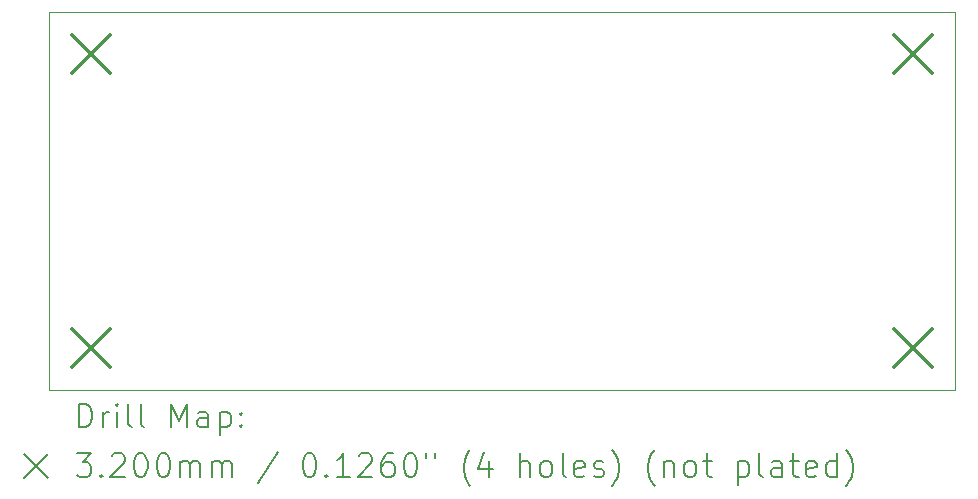
<source format=gbr>
%TF.GenerationSoftware,KiCad,Pcbnew,7.0.8*%
%TF.CreationDate,2024-05-20T17:56:23+02:00*%
%TF.ProjectId,Generator_Cyfrowka,47656e65-7261-4746-9f72-5f437966726f,rev?*%
%TF.SameCoordinates,Original*%
%TF.FileFunction,Drillmap*%
%TF.FilePolarity,Positive*%
%FSLAX45Y45*%
G04 Gerber Fmt 4.5, Leading zero omitted, Abs format (unit mm)*
G04 Created by KiCad (PCBNEW 7.0.8) date 2024-05-20 17:56:23*
%MOMM*%
%LPD*%
G01*
G04 APERTURE LIST*
%ADD10C,0.100000*%
%ADD11C,0.200000*%
%ADD12C,0.320000*%
G04 APERTURE END LIST*
D10*
X4622800Y-6654800D02*
X12293600Y-6654800D01*
X12293600Y-9855200D01*
X4622800Y-9855200D01*
X4622800Y-6654800D01*
D11*
D12*
X4818400Y-6850400D02*
X5138400Y-7170400D01*
X5138400Y-6850400D02*
X4818400Y-7170400D01*
X4818400Y-9339600D02*
X5138400Y-9659600D01*
X5138400Y-9339600D02*
X4818400Y-9659600D01*
X11778000Y-6850400D02*
X12098000Y-7170400D01*
X12098000Y-6850400D02*
X11778000Y-7170400D01*
X11778000Y-9339600D02*
X12098000Y-9659600D01*
X12098000Y-9339600D02*
X11778000Y-9659600D01*
D11*
X4878577Y-10171684D02*
X4878577Y-9971684D01*
X4878577Y-9971684D02*
X4926196Y-9971684D01*
X4926196Y-9971684D02*
X4954767Y-9981208D01*
X4954767Y-9981208D02*
X4973815Y-10000255D01*
X4973815Y-10000255D02*
X4983339Y-10019303D01*
X4983339Y-10019303D02*
X4992863Y-10057398D01*
X4992863Y-10057398D02*
X4992863Y-10085970D01*
X4992863Y-10085970D02*
X4983339Y-10124065D01*
X4983339Y-10124065D02*
X4973815Y-10143112D01*
X4973815Y-10143112D02*
X4954767Y-10162160D01*
X4954767Y-10162160D02*
X4926196Y-10171684D01*
X4926196Y-10171684D02*
X4878577Y-10171684D01*
X5078577Y-10171684D02*
X5078577Y-10038350D01*
X5078577Y-10076446D02*
X5088101Y-10057398D01*
X5088101Y-10057398D02*
X5097624Y-10047874D01*
X5097624Y-10047874D02*
X5116672Y-10038350D01*
X5116672Y-10038350D02*
X5135720Y-10038350D01*
X5202386Y-10171684D02*
X5202386Y-10038350D01*
X5202386Y-9971684D02*
X5192863Y-9981208D01*
X5192863Y-9981208D02*
X5202386Y-9990731D01*
X5202386Y-9990731D02*
X5211910Y-9981208D01*
X5211910Y-9981208D02*
X5202386Y-9971684D01*
X5202386Y-9971684D02*
X5202386Y-9990731D01*
X5326196Y-10171684D02*
X5307148Y-10162160D01*
X5307148Y-10162160D02*
X5297624Y-10143112D01*
X5297624Y-10143112D02*
X5297624Y-9971684D01*
X5430958Y-10171684D02*
X5411910Y-10162160D01*
X5411910Y-10162160D02*
X5402386Y-10143112D01*
X5402386Y-10143112D02*
X5402386Y-9971684D01*
X5659529Y-10171684D02*
X5659529Y-9971684D01*
X5659529Y-9971684D02*
X5726196Y-10114541D01*
X5726196Y-10114541D02*
X5792862Y-9971684D01*
X5792862Y-9971684D02*
X5792862Y-10171684D01*
X5973815Y-10171684D02*
X5973815Y-10066922D01*
X5973815Y-10066922D02*
X5964291Y-10047874D01*
X5964291Y-10047874D02*
X5945243Y-10038350D01*
X5945243Y-10038350D02*
X5907148Y-10038350D01*
X5907148Y-10038350D02*
X5888101Y-10047874D01*
X5973815Y-10162160D02*
X5954767Y-10171684D01*
X5954767Y-10171684D02*
X5907148Y-10171684D01*
X5907148Y-10171684D02*
X5888101Y-10162160D01*
X5888101Y-10162160D02*
X5878577Y-10143112D01*
X5878577Y-10143112D02*
X5878577Y-10124065D01*
X5878577Y-10124065D02*
X5888101Y-10105017D01*
X5888101Y-10105017D02*
X5907148Y-10095493D01*
X5907148Y-10095493D02*
X5954767Y-10095493D01*
X5954767Y-10095493D02*
X5973815Y-10085970D01*
X6069053Y-10038350D02*
X6069053Y-10238350D01*
X6069053Y-10047874D02*
X6088101Y-10038350D01*
X6088101Y-10038350D02*
X6126196Y-10038350D01*
X6126196Y-10038350D02*
X6145243Y-10047874D01*
X6145243Y-10047874D02*
X6154767Y-10057398D01*
X6154767Y-10057398D02*
X6164291Y-10076446D01*
X6164291Y-10076446D02*
X6164291Y-10133589D01*
X6164291Y-10133589D02*
X6154767Y-10152636D01*
X6154767Y-10152636D02*
X6145243Y-10162160D01*
X6145243Y-10162160D02*
X6126196Y-10171684D01*
X6126196Y-10171684D02*
X6088101Y-10171684D01*
X6088101Y-10171684D02*
X6069053Y-10162160D01*
X6250005Y-10152636D02*
X6259529Y-10162160D01*
X6259529Y-10162160D02*
X6250005Y-10171684D01*
X6250005Y-10171684D02*
X6240482Y-10162160D01*
X6240482Y-10162160D02*
X6250005Y-10152636D01*
X6250005Y-10152636D02*
X6250005Y-10171684D01*
X6250005Y-10047874D02*
X6259529Y-10057398D01*
X6259529Y-10057398D02*
X6250005Y-10066922D01*
X6250005Y-10066922D02*
X6240482Y-10057398D01*
X6240482Y-10057398D02*
X6250005Y-10047874D01*
X6250005Y-10047874D02*
X6250005Y-10066922D01*
X4417800Y-10400200D02*
X4617800Y-10600200D01*
X4617800Y-10400200D02*
X4417800Y-10600200D01*
X4859529Y-10391684D02*
X4983339Y-10391684D01*
X4983339Y-10391684D02*
X4916672Y-10467874D01*
X4916672Y-10467874D02*
X4945244Y-10467874D01*
X4945244Y-10467874D02*
X4964291Y-10477398D01*
X4964291Y-10477398D02*
X4973815Y-10486922D01*
X4973815Y-10486922D02*
X4983339Y-10505970D01*
X4983339Y-10505970D02*
X4983339Y-10553589D01*
X4983339Y-10553589D02*
X4973815Y-10572636D01*
X4973815Y-10572636D02*
X4964291Y-10582160D01*
X4964291Y-10582160D02*
X4945244Y-10591684D01*
X4945244Y-10591684D02*
X4888101Y-10591684D01*
X4888101Y-10591684D02*
X4869053Y-10582160D01*
X4869053Y-10582160D02*
X4859529Y-10572636D01*
X5069053Y-10572636D02*
X5078577Y-10582160D01*
X5078577Y-10582160D02*
X5069053Y-10591684D01*
X5069053Y-10591684D02*
X5059529Y-10582160D01*
X5059529Y-10582160D02*
X5069053Y-10572636D01*
X5069053Y-10572636D02*
X5069053Y-10591684D01*
X5154767Y-10410731D02*
X5164291Y-10401208D01*
X5164291Y-10401208D02*
X5183339Y-10391684D01*
X5183339Y-10391684D02*
X5230958Y-10391684D01*
X5230958Y-10391684D02*
X5250005Y-10401208D01*
X5250005Y-10401208D02*
X5259529Y-10410731D01*
X5259529Y-10410731D02*
X5269053Y-10429779D01*
X5269053Y-10429779D02*
X5269053Y-10448827D01*
X5269053Y-10448827D02*
X5259529Y-10477398D01*
X5259529Y-10477398D02*
X5145244Y-10591684D01*
X5145244Y-10591684D02*
X5269053Y-10591684D01*
X5392863Y-10391684D02*
X5411910Y-10391684D01*
X5411910Y-10391684D02*
X5430958Y-10401208D01*
X5430958Y-10401208D02*
X5440482Y-10410731D01*
X5440482Y-10410731D02*
X5450005Y-10429779D01*
X5450005Y-10429779D02*
X5459529Y-10467874D01*
X5459529Y-10467874D02*
X5459529Y-10515493D01*
X5459529Y-10515493D02*
X5450005Y-10553589D01*
X5450005Y-10553589D02*
X5440482Y-10572636D01*
X5440482Y-10572636D02*
X5430958Y-10582160D01*
X5430958Y-10582160D02*
X5411910Y-10591684D01*
X5411910Y-10591684D02*
X5392863Y-10591684D01*
X5392863Y-10591684D02*
X5373815Y-10582160D01*
X5373815Y-10582160D02*
X5364291Y-10572636D01*
X5364291Y-10572636D02*
X5354767Y-10553589D01*
X5354767Y-10553589D02*
X5345244Y-10515493D01*
X5345244Y-10515493D02*
X5345244Y-10467874D01*
X5345244Y-10467874D02*
X5354767Y-10429779D01*
X5354767Y-10429779D02*
X5364291Y-10410731D01*
X5364291Y-10410731D02*
X5373815Y-10401208D01*
X5373815Y-10401208D02*
X5392863Y-10391684D01*
X5583339Y-10391684D02*
X5602386Y-10391684D01*
X5602386Y-10391684D02*
X5621434Y-10401208D01*
X5621434Y-10401208D02*
X5630958Y-10410731D01*
X5630958Y-10410731D02*
X5640482Y-10429779D01*
X5640482Y-10429779D02*
X5650005Y-10467874D01*
X5650005Y-10467874D02*
X5650005Y-10515493D01*
X5650005Y-10515493D02*
X5640482Y-10553589D01*
X5640482Y-10553589D02*
X5630958Y-10572636D01*
X5630958Y-10572636D02*
X5621434Y-10582160D01*
X5621434Y-10582160D02*
X5602386Y-10591684D01*
X5602386Y-10591684D02*
X5583339Y-10591684D01*
X5583339Y-10591684D02*
X5564291Y-10582160D01*
X5564291Y-10582160D02*
X5554767Y-10572636D01*
X5554767Y-10572636D02*
X5545244Y-10553589D01*
X5545244Y-10553589D02*
X5535720Y-10515493D01*
X5535720Y-10515493D02*
X5535720Y-10467874D01*
X5535720Y-10467874D02*
X5545244Y-10429779D01*
X5545244Y-10429779D02*
X5554767Y-10410731D01*
X5554767Y-10410731D02*
X5564291Y-10401208D01*
X5564291Y-10401208D02*
X5583339Y-10391684D01*
X5735720Y-10591684D02*
X5735720Y-10458350D01*
X5735720Y-10477398D02*
X5745243Y-10467874D01*
X5745243Y-10467874D02*
X5764291Y-10458350D01*
X5764291Y-10458350D02*
X5792863Y-10458350D01*
X5792863Y-10458350D02*
X5811910Y-10467874D01*
X5811910Y-10467874D02*
X5821434Y-10486922D01*
X5821434Y-10486922D02*
X5821434Y-10591684D01*
X5821434Y-10486922D02*
X5830958Y-10467874D01*
X5830958Y-10467874D02*
X5850005Y-10458350D01*
X5850005Y-10458350D02*
X5878577Y-10458350D01*
X5878577Y-10458350D02*
X5897624Y-10467874D01*
X5897624Y-10467874D02*
X5907148Y-10486922D01*
X5907148Y-10486922D02*
X5907148Y-10591684D01*
X6002386Y-10591684D02*
X6002386Y-10458350D01*
X6002386Y-10477398D02*
X6011910Y-10467874D01*
X6011910Y-10467874D02*
X6030958Y-10458350D01*
X6030958Y-10458350D02*
X6059529Y-10458350D01*
X6059529Y-10458350D02*
X6078577Y-10467874D01*
X6078577Y-10467874D02*
X6088101Y-10486922D01*
X6088101Y-10486922D02*
X6088101Y-10591684D01*
X6088101Y-10486922D02*
X6097624Y-10467874D01*
X6097624Y-10467874D02*
X6116672Y-10458350D01*
X6116672Y-10458350D02*
X6145243Y-10458350D01*
X6145243Y-10458350D02*
X6164291Y-10467874D01*
X6164291Y-10467874D02*
X6173815Y-10486922D01*
X6173815Y-10486922D02*
X6173815Y-10591684D01*
X6564291Y-10382160D02*
X6392863Y-10639303D01*
X6821434Y-10391684D02*
X6840482Y-10391684D01*
X6840482Y-10391684D02*
X6859529Y-10401208D01*
X6859529Y-10401208D02*
X6869053Y-10410731D01*
X6869053Y-10410731D02*
X6878577Y-10429779D01*
X6878577Y-10429779D02*
X6888101Y-10467874D01*
X6888101Y-10467874D02*
X6888101Y-10515493D01*
X6888101Y-10515493D02*
X6878577Y-10553589D01*
X6878577Y-10553589D02*
X6869053Y-10572636D01*
X6869053Y-10572636D02*
X6859529Y-10582160D01*
X6859529Y-10582160D02*
X6840482Y-10591684D01*
X6840482Y-10591684D02*
X6821434Y-10591684D01*
X6821434Y-10591684D02*
X6802386Y-10582160D01*
X6802386Y-10582160D02*
X6792863Y-10572636D01*
X6792863Y-10572636D02*
X6783339Y-10553589D01*
X6783339Y-10553589D02*
X6773815Y-10515493D01*
X6773815Y-10515493D02*
X6773815Y-10467874D01*
X6773815Y-10467874D02*
X6783339Y-10429779D01*
X6783339Y-10429779D02*
X6792863Y-10410731D01*
X6792863Y-10410731D02*
X6802386Y-10401208D01*
X6802386Y-10401208D02*
X6821434Y-10391684D01*
X6973815Y-10572636D02*
X6983339Y-10582160D01*
X6983339Y-10582160D02*
X6973815Y-10591684D01*
X6973815Y-10591684D02*
X6964291Y-10582160D01*
X6964291Y-10582160D02*
X6973815Y-10572636D01*
X6973815Y-10572636D02*
X6973815Y-10591684D01*
X7173815Y-10591684D02*
X7059529Y-10591684D01*
X7116672Y-10591684D02*
X7116672Y-10391684D01*
X7116672Y-10391684D02*
X7097625Y-10420255D01*
X7097625Y-10420255D02*
X7078577Y-10439303D01*
X7078577Y-10439303D02*
X7059529Y-10448827D01*
X7250006Y-10410731D02*
X7259529Y-10401208D01*
X7259529Y-10401208D02*
X7278577Y-10391684D01*
X7278577Y-10391684D02*
X7326196Y-10391684D01*
X7326196Y-10391684D02*
X7345244Y-10401208D01*
X7345244Y-10401208D02*
X7354767Y-10410731D01*
X7354767Y-10410731D02*
X7364291Y-10429779D01*
X7364291Y-10429779D02*
X7364291Y-10448827D01*
X7364291Y-10448827D02*
X7354767Y-10477398D01*
X7354767Y-10477398D02*
X7240482Y-10591684D01*
X7240482Y-10591684D02*
X7364291Y-10591684D01*
X7535720Y-10391684D02*
X7497625Y-10391684D01*
X7497625Y-10391684D02*
X7478577Y-10401208D01*
X7478577Y-10401208D02*
X7469053Y-10410731D01*
X7469053Y-10410731D02*
X7450006Y-10439303D01*
X7450006Y-10439303D02*
X7440482Y-10477398D01*
X7440482Y-10477398D02*
X7440482Y-10553589D01*
X7440482Y-10553589D02*
X7450006Y-10572636D01*
X7450006Y-10572636D02*
X7459529Y-10582160D01*
X7459529Y-10582160D02*
X7478577Y-10591684D01*
X7478577Y-10591684D02*
X7516672Y-10591684D01*
X7516672Y-10591684D02*
X7535720Y-10582160D01*
X7535720Y-10582160D02*
X7545244Y-10572636D01*
X7545244Y-10572636D02*
X7554767Y-10553589D01*
X7554767Y-10553589D02*
X7554767Y-10505970D01*
X7554767Y-10505970D02*
X7545244Y-10486922D01*
X7545244Y-10486922D02*
X7535720Y-10477398D01*
X7535720Y-10477398D02*
X7516672Y-10467874D01*
X7516672Y-10467874D02*
X7478577Y-10467874D01*
X7478577Y-10467874D02*
X7459529Y-10477398D01*
X7459529Y-10477398D02*
X7450006Y-10486922D01*
X7450006Y-10486922D02*
X7440482Y-10505970D01*
X7678577Y-10391684D02*
X7697625Y-10391684D01*
X7697625Y-10391684D02*
X7716672Y-10401208D01*
X7716672Y-10401208D02*
X7726196Y-10410731D01*
X7726196Y-10410731D02*
X7735720Y-10429779D01*
X7735720Y-10429779D02*
X7745244Y-10467874D01*
X7745244Y-10467874D02*
X7745244Y-10515493D01*
X7745244Y-10515493D02*
X7735720Y-10553589D01*
X7735720Y-10553589D02*
X7726196Y-10572636D01*
X7726196Y-10572636D02*
X7716672Y-10582160D01*
X7716672Y-10582160D02*
X7697625Y-10591684D01*
X7697625Y-10591684D02*
X7678577Y-10591684D01*
X7678577Y-10591684D02*
X7659529Y-10582160D01*
X7659529Y-10582160D02*
X7650006Y-10572636D01*
X7650006Y-10572636D02*
X7640482Y-10553589D01*
X7640482Y-10553589D02*
X7630958Y-10515493D01*
X7630958Y-10515493D02*
X7630958Y-10467874D01*
X7630958Y-10467874D02*
X7640482Y-10429779D01*
X7640482Y-10429779D02*
X7650006Y-10410731D01*
X7650006Y-10410731D02*
X7659529Y-10401208D01*
X7659529Y-10401208D02*
X7678577Y-10391684D01*
X7821434Y-10391684D02*
X7821434Y-10429779D01*
X7897625Y-10391684D02*
X7897625Y-10429779D01*
X8192863Y-10667874D02*
X8183339Y-10658350D01*
X8183339Y-10658350D02*
X8164291Y-10629779D01*
X8164291Y-10629779D02*
X8154768Y-10610731D01*
X8154768Y-10610731D02*
X8145244Y-10582160D01*
X8145244Y-10582160D02*
X8135720Y-10534541D01*
X8135720Y-10534541D02*
X8135720Y-10496446D01*
X8135720Y-10496446D02*
X8145244Y-10448827D01*
X8145244Y-10448827D02*
X8154768Y-10420255D01*
X8154768Y-10420255D02*
X8164291Y-10401208D01*
X8164291Y-10401208D02*
X8183339Y-10372636D01*
X8183339Y-10372636D02*
X8192863Y-10363112D01*
X8354768Y-10458350D02*
X8354768Y-10591684D01*
X8307148Y-10382160D02*
X8259529Y-10525017D01*
X8259529Y-10525017D02*
X8383339Y-10525017D01*
X8611911Y-10591684D02*
X8611911Y-10391684D01*
X8697625Y-10591684D02*
X8697625Y-10486922D01*
X8697625Y-10486922D02*
X8688101Y-10467874D01*
X8688101Y-10467874D02*
X8669053Y-10458350D01*
X8669053Y-10458350D02*
X8640482Y-10458350D01*
X8640482Y-10458350D02*
X8621434Y-10467874D01*
X8621434Y-10467874D02*
X8611911Y-10477398D01*
X8821434Y-10591684D02*
X8802387Y-10582160D01*
X8802387Y-10582160D02*
X8792863Y-10572636D01*
X8792863Y-10572636D02*
X8783339Y-10553589D01*
X8783339Y-10553589D02*
X8783339Y-10496446D01*
X8783339Y-10496446D02*
X8792863Y-10477398D01*
X8792863Y-10477398D02*
X8802387Y-10467874D01*
X8802387Y-10467874D02*
X8821434Y-10458350D01*
X8821434Y-10458350D02*
X8850006Y-10458350D01*
X8850006Y-10458350D02*
X8869053Y-10467874D01*
X8869053Y-10467874D02*
X8878577Y-10477398D01*
X8878577Y-10477398D02*
X8888101Y-10496446D01*
X8888101Y-10496446D02*
X8888101Y-10553589D01*
X8888101Y-10553589D02*
X8878577Y-10572636D01*
X8878577Y-10572636D02*
X8869053Y-10582160D01*
X8869053Y-10582160D02*
X8850006Y-10591684D01*
X8850006Y-10591684D02*
X8821434Y-10591684D01*
X9002387Y-10591684D02*
X8983339Y-10582160D01*
X8983339Y-10582160D02*
X8973815Y-10563112D01*
X8973815Y-10563112D02*
X8973815Y-10391684D01*
X9154768Y-10582160D02*
X9135720Y-10591684D01*
X9135720Y-10591684D02*
X9097625Y-10591684D01*
X9097625Y-10591684D02*
X9078577Y-10582160D01*
X9078577Y-10582160D02*
X9069053Y-10563112D01*
X9069053Y-10563112D02*
X9069053Y-10486922D01*
X9069053Y-10486922D02*
X9078577Y-10467874D01*
X9078577Y-10467874D02*
X9097625Y-10458350D01*
X9097625Y-10458350D02*
X9135720Y-10458350D01*
X9135720Y-10458350D02*
X9154768Y-10467874D01*
X9154768Y-10467874D02*
X9164292Y-10486922D01*
X9164292Y-10486922D02*
X9164292Y-10505970D01*
X9164292Y-10505970D02*
X9069053Y-10525017D01*
X9240482Y-10582160D02*
X9259530Y-10591684D01*
X9259530Y-10591684D02*
X9297625Y-10591684D01*
X9297625Y-10591684D02*
X9316673Y-10582160D01*
X9316673Y-10582160D02*
X9326196Y-10563112D01*
X9326196Y-10563112D02*
X9326196Y-10553589D01*
X9326196Y-10553589D02*
X9316673Y-10534541D01*
X9316673Y-10534541D02*
X9297625Y-10525017D01*
X9297625Y-10525017D02*
X9269053Y-10525017D01*
X9269053Y-10525017D02*
X9250006Y-10515493D01*
X9250006Y-10515493D02*
X9240482Y-10496446D01*
X9240482Y-10496446D02*
X9240482Y-10486922D01*
X9240482Y-10486922D02*
X9250006Y-10467874D01*
X9250006Y-10467874D02*
X9269053Y-10458350D01*
X9269053Y-10458350D02*
X9297625Y-10458350D01*
X9297625Y-10458350D02*
X9316673Y-10467874D01*
X9392863Y-10667874D02*
X9402387Y-10658350D01*
X9402387Y-10658350D02*
X9421434Y-10629779D01*
X9421434Y-10629779D02*
X9430958Y-10610731D01*
X9430958Y-10610731D02*
X9440482Y-10582160D01*
X9440482Y-10582160D02*
X9450006Y-10534541D01*
X9450006Y-10534541D02*
X9450006Y-10496446D01*
X9450006Y-10496446D02*
X9440482Y-10448827D01*
X9440482Y-10448827D02*
X9430958Y-10420255D01*
X9430958Y-10420255D02*
X9421434Y-10401208D01*
X9421434Y-10401208D02*
X9402387Y-10372636D01*
X9402387Y-10372636D02*
X9392863Y-10363112D01*
X9754768Y-10667874D02*
X9745244Y-10658350D01*
X9745244Y-10658350D02*
X9726196Y-10629779D01*
X9726196Y-10629779D02*
X9716673Y-10610731D01*
X9716673Y-10610731D02*
X9707149Y-10582160D01*
X9707149Y-10582160D02*
X9697625Y-10534541D01*
X9697625Y-10534541D02*
X9697625Y-10496446D01*
X9697625Y-10496446D02*
X9707149Y-10448827D01*
X9707149Y-10448827D02*
X9716673Y-10420255D01*
X9716673Y-10420255D02*
X9726196Y-10401208D01*
X9726196Y-10401208D02*
X9745244Y-10372636D01*
X9745244Y-10372636D02*
X9754768Y-10363112D01*
X9830958Y-10458350D02*
X9830958Y-10591684D01*
X9830958Y-10477398D02*
X9840482Y-10467874D01*
X9840482Y-10467874D02*
X9859530Y-10458350D01*
X9859530Y-10458350D02*
X9888101Y-10458350D01*
X9888101Y-10458350D02*
X9907149Y-10467874D01*
X9907149Y-10467874D02*
X9916673Y-10486922D01*
X9916673Y-10486922D02*
X9916673Y-10591684D01*
X10040482Y-10591684D02*
X10021434Y-10582160D01*
X10021434Y-10582160D02*
X10011911Y-10572636D01*
X10011911Y-10572636D02*
X10002387Y-10553589D01*
X10002387Y-10553589D02*
X10002387Y-10496446D01*
X10002387Y-10496446D02*
X10011911Y-10477398D01*
X10011911Y-10477398D02*
X10021434Y-10467874D01*
X10021434Y-10467874D02*
X10040482Y-10458350D01*
X10040482Y-10458350D02*
X10069054Y-10458350D01*
X10069054Y-10458350D02*
X10088101Y-10467874D01*
X10088101Y-10467874D02*
X10097625Y-10477398D01*
X10097625Y-10477398D02*
X10107149Y-10496446D01*
X10107149Y-10496446D02*
X10107149Y-10553589D01*
X10107149Y-10553589D02*
X10097625Y-10572636D01*
X10097625Y-10572636D02*
X10088101Y-10582160D01*
X10088101Y-10582160D02*
X10069054Y-10591684D01*
X10069054Y-10591684D02*
X10040482Y-10591684D01*
X10164292Y-10458350D02*
X10240482Y-10458350D01*
X10192863Y-10391684D02*
X10192863Y-10563112D01*
X10192863Y-10563112D02*
X10202387Y-10582160D01*
X10202387Y-10582160D02*
X10221434Y-10591684D01*
X10221434Y-10591684D02*
X10240482Y-10591684D01*
X10459530Y-10458350D02*
X10459530Y-10658350D01*
X10459530Y-10467874D02*
X10478577Y-10458350D01*
X10478577Y-10458350D02*
X10516673Y-10458350D01*
X10516673Y-10458350D02*
X10535720Y-10467874D01*
X10535720Y-10467874D02*
X10545244Y-10477398D01*
X10545244Y-10477398D02*
X10554768Y-10496446D01*
X10554768Y-10496446D02*
X10554768Y-10553589D01*
X10554768Y-10553589D02*
X10545244Y-10572636D01*
X10545244Y-10572636D02*
X10535720Y-10582160D01*
X10535720Y-10582160D02*
X10516673Y-10591684D01*
X10516673Y-10591684D02*
X10478577Y-10591684D01*
X10478577Y-10591684D02*
X10459530Y-10582160D01*
X10669054Y-10591684D02*
X10650006Y-10582160D01*
X10650006Y-10582160D02*
X10640482Y-10563112D01*
X10640482Y-10563112D02*
X10640482Y-10391684D01*
X10830958Y-10591684D02*
X10830958Y-10486922D01*
X10830958Y-10486922D02*
X10821435Y-10467874D01*
X10821435Y-10467874D02*
X10802387Y-10458350D01*
X10802387Y-10458350D02*
X10764292Y-10458350D01*
X10764292Y-10458350D02*
X10745244Y-10467874D01*
X10830958Y-10582160D02*
X10811911Y-10591684D01*
X10811911Y-10591684D02*
X10764292Y-10591684D01*
X10764292Y-10591684D02*
X10745244Y-10582160D01*
X10745244Y-10582160D02*
X10735720Y-10563112D01*
X10735720Y-10563112D02*
X10735720Y-10544065D01*
X10735720Y-10544065D02*
X10745244Y-10525017D01*
X10745244Y-10525017D02*
X10764292Y-10515493D01*
X10764292Y-10515493D02*
X10811911Y-10515493D01*
X10811911Y-10515493D02*
X10830958Y-10505970D01*
X10897625Y-10458350D02*
X10973815Y-10458350D01*
X10926196Y-10391684D02*
X10926196Y-10563112D01*
X10926196Y-10563112D02*
X10935720Y-10582160D01*
X10935720Y-10582160D02*
X10954768Y-10591684D01*
X10954768Y-10591684D02*
X10973815Y-10591684D01*
X11116673Y-10582160D02*
X11097625Y-10591684D01*
X11097625Y-10591684D02*
X11059530Y-10591684D01*
X11059530Y-10591684D02*
X11040482Y-10582160D01*
X11040482Y-10582160D02*
X11030958Y-10563112D01*
X11030958Y-10563112D02*
X11030958Y-10486922D01*
X11030958Y-10486922D02*
X11040482Y-10467874D01*
X11040482Y-10467874D02*
X11059530Y-10458350D01*
X11059530Y-10458350D02*
X11097625Y-10458350D01*
X11097625Y-10458350D02*
X11116673Y-10467874D01*
X11116673Y-10467874D02*
X11126196Y-10486922D01*
X11126196Y-10486922D02*
X11126196Y-10505970D01*
X11126196Y-10505970D02*
X11030958Y-10525017D01*
X11297625Y-10591684D02*
X11297625Y-10391684D01*
X11297625Y-10582160D02*
X11278577Y-10591684D01*
X11278577Y-10591684D02*
X11240482Y-10591684D01*
X11240482Y-10591684D02*
X11221434Y-10582160D01*
X11221434Y-10582160D02*
X11211911Y-10572636D01*
X11211911Y-10572636D02*
X11202387Y-10553589D01*
X11202387Y-10553589D02*
X11202387Y-10496446D01*
X11202387Y-10496446D02*
X11211911Y-10477398D01*
X11211911Y-10477398D02*
X11221434Y-10467874D01*
X11221434Y-10467874D02*
X11240482Y-10458350D01*
X11240482Y-10458350D02*
X11278577Y-10458350D01*
X11278577Y-10458350D02*
X11297625Y-10467874D01*
X11373815Y-10667874D02*
X11383339Y-10658350D01*
X11383339Y-10658350D02*
X11402387Y-10629779D01*
X11402387Y-10629779D02*
X11411911Y-10610731D01*
X11411911Y-10610731D02*
X11421434Y-10582160D01*
X11421434Y-10582160D02*
X11430958Y-10534541D01*
X11430958Y-10534541D02*
X11430958Y-10496446D01*
X11430958Y-10496446D02*
X11421434Y-10448827D01*
X11421434Y-10448827D02*
X11411911Y-10420255D01*
X11411911Y-10420255D02*
X11402387Y-10401208D01*
X11402387Y-10401208D02*
X11383339Y-10372636D01*
X11383339Y-10372636D02*
X11373815Y-10363112D01*
M02*

</source>
